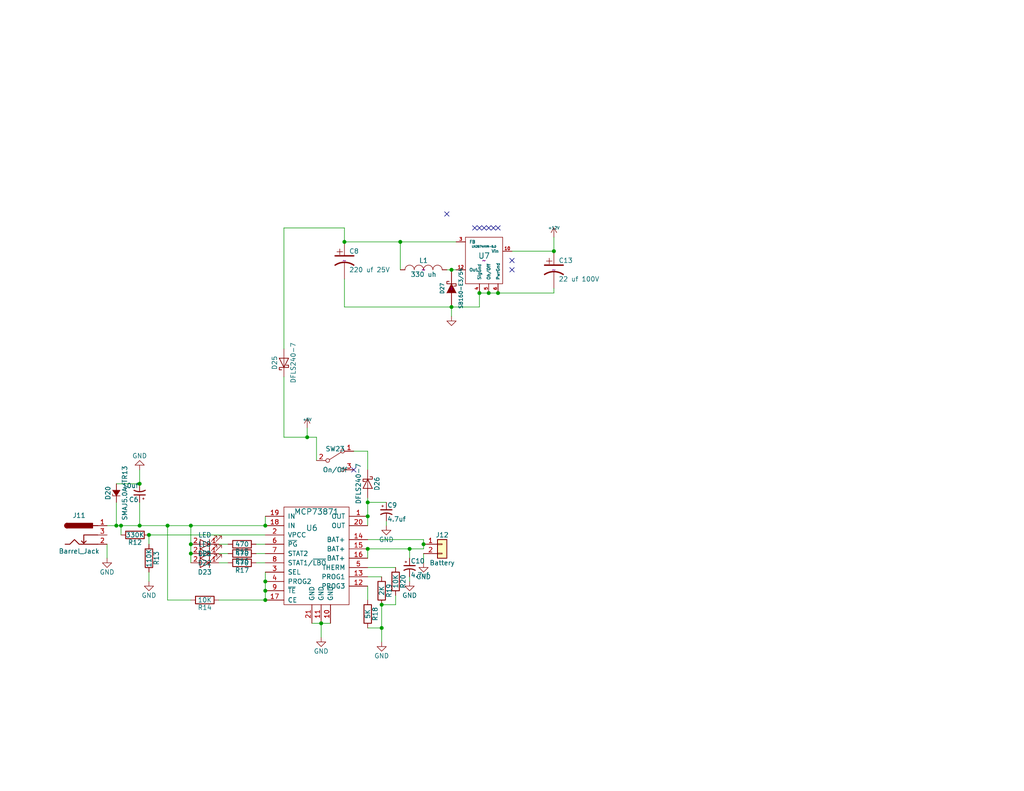
<source format=kicad_sch>
(kicad_sch (version 20211123) (generator eeschema)
  (paper "USLetter")
  (title_block (title "ESP32-T7S3-ControlStand") (date "2022-07-25") (rev "1.0") (company "Deepwoods Software") (comment 1 "Power Supply"))
  (lib_symbols
    (symbol "ESP32-T7S3-ControlStand-rescue:+12V" (power) (pin_names (offset 0))
      (property "Value" "+12V" (at 0 3.556 0))
      (symbol "+12V_0_1"
        (polyline (pts (xy -0.762 1.27) (xy 0 2.54)))
        (polyline (pts (xy 0 0) (xy 0 2.54)))
        (polyline (pts (xy 0 2.54) (xy 0.762 1.27)))
      )
      (symbol "+12V_1_1"
        (pin power_in line (at 0 0 90) (length 0) hide (name "+12V") (number "1"))
      )
    )
    (symbol "ESP32-T7S3-ControlStand-rescue:+5V" (power) (pin_names (offset 0))
      (property "Value" "+5V" (at 0 3.556 0))
      (symbol "+5V_0_1"
        (polyline (pts (xy -0.762 1.27) (xy 0 2.54)))
        (polyline (pts (xy 0 0) (xy 0 2.54)))
        (polyline (pts (xy 0 2.54) (xy 0.762 1.27)))
      )
      (symbol "+5V_1_1"
        (pin power_in line (at 0 0 90) (length 0) hide (name "+5V") (number "1"))
      )
    )
    (symbol "ESP32-T7S3-ControlStand-rescue:Barrel_Jack" (pin_names (offset 1.016))
      (property "Reference" "J" (at 0 5.334 0))
      (property "Value" "Barrel_Jack" (at 0 -4.445 0))
      (symbol "Barrel_Jack_0_1"
        (arc (start -3.302 3.175) (mid -3.937 2.54) (end -3.302 1.905) (stroke (width 0.254)))
        (arc (start -3.302 3.175) (mid -3.937 2.54) (end -3.302 1.905) (stroke (width 0.254)) (fill (type outline)))
        (polyline (pts (xy 1.27 -2.286) (xy 1.905 -1.651)) (stroke (width 0.254)))
        (polyline (pts (xy 5.08 2.54) (xy 3.81 2.54)) (stroke (width 0.254)))
        (polyline (pts (xy 5.08 0) (xy 1.27 0) (xy 1.27 -2.286) (xy 0.635 -1.651)) (stroke (width 0.254)))
        (polyline (pts (xy -3.81 -2.54) (xy -2.54 -2.54) (xy -1.27 -1.27) (xy 0 -2.54) (xy 2.54 -2.54) (xy 5.08 -2.54)) (stroke (width 0.254)))
        (rectangle (start 3.683 3.175) (end -3.302 1.905) (stroke (width 0.254)) (fill (type outline)))
      )
      (symbol "Barrel_Jack_1_1"
        (pin passive line (at 7.62 2.54 180) (length 2.54) (name "~") (number "1"))
        (pin passive line (at 7.62 -2.54 180) (length 2.54) (name "~") (number "2"))
        (pin passive line (at 7.62 0 180) (length 2.54) (name "~") (number "3"))
      )
    )
    (symbol "ESP32-T7S3-ControlStand-rescue:CP1-RESCUE-ESP32ControlStand" (pin_numbers hide) (pin_names (offset 0.254) hide)
      (property "Reference" "C" (at 1.27 2.54 0))
      (property "Value" "CP1-RESCUE-ESP32ControlStand" (at 1.27 -2.54 0))
      (symbol "CP1-RESCUE-ESP32ControlStand_0_0"
        (text "+" (at -1.27 2.54 0) (effects (font (size 2.032 2.032))))
      )
      (symbol "CP1-RESCUE-ESP32ControlStand_0_1"
        (polyline (pts (xy -2.54 1.27) (xy 2.54 1.27) (xy 1.27 1.27) (xy 1.27 1.27)) (stroke (width 0.381)))
        (arc (start 2.54 -1.27) (mid 0 -0.5009) (end -2.54 -1.27) (stroke (width 0.381)))
      )
      (symbol "CP1-RESCUE-ESP32ControlStand_1_1"
        (pin passive line (at 0 5.08 270) (length 3.81) (name "~") (number "1"))
        (pin passive line (at 0 -5.08 90) (length 4.572) (name "~") (number "2"))
      )
    )
    (symbol "ESP32-T7S3-ControlStand-rescue:CP1_Small" (pin_numbers hide) (pin_names (offset 0.254) hide)
      (property "Reference" "C" (at 0.254 1.778 0))
      (property "Value" "CP1_Small" (at 0.254 -2.032 0))
      (symbol "CP1_Small_0_1"
        (polyline (pts (xy -1.524 0.508) (xy 1.524 0.508)) (stroke (width 0.3048)))
        (polyline (pts (xy -1.27 1.524) (xy -0.762 1.524)))
        (polyline (pts (xy -1.016 1.27) (xy -1.016 1.778)))
        (arc (start 1.524 -0.762) (mid 0 -0.3734) (end -1.524 -0.762) (stroke (width 0.3048)))
      )
      (symbol "CP1_Small_1_1"
        (pin passive line (at 0 2.54 270) (length 2.032) (name "~") (number "1"))
        (pin passive line (at 0 -2.54 90) (length 2.032) (name "~") (number "2"))
      )
    )
    (symbol "ESP32-T7S3-ControlStand-rescue:Conn_01x02" (pin_names (offset 1.016) hide)
      (property "Reference" "J" (at 0 2.54 0))
      (property "Value" "Conn_01x02" (at 0 -5.08 0))
      (symbol "Conn_01x02_1_1"
        (rectangle (start -1.27 -2.413) (end 0 -2.667) (stroke (width 0.1524)))
        (rectangle (start -1.27 0.127) (end 0 -0.127) (stroke (width 0.1524)))
        (rectangle (start -1.27 1.27) (end 1.27 -3.81) (stroke (width 0.254)) (fill (type background)))
        (pin passive line (at -5.08 0 0) (length 3.81) (name "Pin_1") (number "1"))
        (pin passive line (at -5.08 -2.54 0) (length 3.81) (name "Pin_2") (number "2"))
      )
    )
    (symbol "ESP32-T7S3-ControlStand-rescue:DIODESCH" (pin_numbers hide) (pin_names (offset 1.016) hide)
      (property "Reference" "D" (at 0 2.54 0))
      (property "Value" "DIODESCH" (at 0 -2.54 0))
      (symbol "DIODESCH_0_1"
        (polyline (pts (xy -1.27 1.27) (xy 1.27 0) (xy -1.27 -1.27)) (fill (type outline)))
        (polyline (pts (xy 1.905 0.635) (xy 1.905 1.27) (xy 1.27 1.27) (xy 1.27 -1.27) (xy 0.635 -1.27) (xy 0.635 -0.635)) (stroke (width 0.2032)))
      )
      (symbol "DIODESCH_1_1"
        (pin passive line (at -5.08 0 0) (length 3.81) (name "A") (number "1"))
        (pin passive line (at 5.08 0 180) (length 3.81) (name "K") (number "2"))
      )
    )
    (symbol "ESP32-T7S3-ControlStand-rescue:D_Schottky" (pin_numbers hide) (pin_names (offset 1.016) hide)
      (property "Reference" "D" (at 0 2.54 0))
      (property "Value" "D_Schottky" (at 0 -2.54 0))
      (symbol "D_Schottky_0_1"
        (polyline (pts (xy 1.27 0) (xy -1.27 0)))
        (polyline (pts (xy 1.27 1.27) (xy 1.27 -1.27) (xy -1.27 0) (xy 1.27 1.27)) (stroke (width 0.2032)))
        (polyline (pts (xy -1.905 0.635) (xy -1.905 1.27) (xy -1.27 1.27) (xy -1.27 -1.27) (xy -0.635 -1.27) (xy -0.635 -0.635)) (stroke (width 0.2032)))
      )
      (symbol "D_Schottky_1_1"
        (pin passive line (at -3.81 0 0) (length 2.54) (name "K") (number "1"))
        (pin passive line (at 3.81 0 180) (length 2.54) (name "A") (number "2"))
      )
    )
    (symbol "ESP32-T7S3-ControlStand-rescue:D_Zener_Small_ALT" (pin_numbers hide) (pin_names (offset 0.254) hide)
      (property "Reference" "D" (at 0 2.286 0))
      (property "Value" "D_Zener_Small_ALT" (at 0 -2.286 0))
      (symbol "D_Zener_Small_ALT_0_1"
        (polyline (pts (xy 0.762 0) (xy -0.762 0)))
        (polyline (pts (xy -0.254 1.016) (xy -0.762 1.016) (xy -0.762 -1.016)))
        (polyline (pts (xy 0.762 1.016) (xy -0.762 0) (xy 0.762 -1.016) (xy 0.762 1.016)) (fill (type outline)))
      )
      (symbol "D_Zener_Small_ALT_1_1"
        (pin passive line (at -2.54 0 0) (length 1.778) (name "K") (number "1"))
        (pin passive line (at 2.54 0 180) (length 1.778) (name "A") (number "2"))
      )
    )
    (symbol "ESP32-T7S3-ControlStand-rescue:GND" (power) (pin_names (offset 0))
      (property "Value" "GND" (at 0 -3.81 0))
      (symbol "GND_0_1"
        (polyline (pts (xy 0 0) (xy 0 -1.27) (xy 1.27 -1.27) (xy 0 -2.54) (xy -1.27 -1.27) (xy 0 -1.27)))
      )
      (symbol "GND_1_1"
        (pin power_in line (at 0 0 270) (length 0) hide (name "GND") (number "1"))
      )
    )
    (symbol "ESP32-T7S3-ControlStand-rescue:INDUCTOR_SMALL" (pin_numbers hide) (pin_names (offset 0) hide)
      (property "Reference" "L" (at 0 2.54 0))
      (property "Value" "INDUCTOR_SMALL" (at 0 -1.27 0))
      (symbol "INDUCTOR_SMALL_0_1"
        (arc (start -2.54 0) (mid -3.81 1.27) (end -5.08 0))
        (arc (start 0 0) (mid -1.27 1.27) (end -2.54 0))
        (arc (start 2.54 0) (mid 1.27 1.27) (end 0 0))
        (arc (start 5.08 0) (mid 3.81 1.27) (end 2.54 0))
      )
      (symbol "INDUCTOR_SMALL_1_1"
        (pin input line (at -6.35 0 0) (length 1.27) (name "1") (number "1"))
        (pin input line (at 6.35 0 180) (length 1.27) (name "2") (number "2"))
      )
    )
    (symbol "ESP32-T7S3-ControlStand-rescue:LED" (pin_names (offset 1.016) hide)
      (property "Reference" "D" (at 0 2.54 0))
      (property "Value" "LED" (at 0 -2.54 0))
      (symbol "LED_0_1"
        (polyline (pts (xy -1.27 -1.27) (xy -1.27 1.27)) (stroke (width 0.2032)))
        (polyline (pts (xy -1.27 0) (xy 1.27 0)))
        (polyline (pts (xy 1.27 -1.27) (xy 1.27 1.27) (xy -1.27 0) (xy 1.27 -1.27)) (stroke (width 0.2032)))
        (polyline (pts (xy -3.048 -0.762) (xy -4.572 -2.286) (xy -3.81 -2.286) (xy -4.572 -2.286) (xy -4.572 -1.524)))
        (polyline (pts (xy -1.778 -0.762) (xy -3.302 -2.286) (xy -2.54 -2.286) (xy -3.302 -2.286) (xy -3.302 -1.524)))
      )
      (symbol "LED_1_1"
        (pin passive line (at -3.81 0 0) (length 2.54) (name "K") (number "1"))
        (pin passive line (at 3.81 0 180) (length 2.54) (name "A") (number "2"))
      )
    )
    (symbol "ESP32-T7S3-ControlStand-rescue:LM2574HVM-5.0" (pin_names (offset 1.016))
      (property "Reference" "U" (at 0 1.27 0))
      (property "Value" "LM2574HVM-5.0" (at 0 3.81 0))
      (symbol "LM2574HVM-5.0_0_1"
        (rectangle (start -5.08 6.35) (end 5.08 -6.35))
      )
      (symbol "LM2574HVM-5.0_1_1"
        (pin input line (at -2.54 8.89 270) (length 2.54) hide (name "NC") (number "1"))
        (pin input line (at 7.62 2.54 180) (length 2.54) (name "Vin") (number "10"))
        (pin input line (at 3.81 8.89 270) (length 2.54) hide (name "NC") (number "11"))
        (pin power_out line (at -7.62 -2.54 0) (length 2.54) (name "Out") (number "12"))
        (pin input line (at 2.54 8.89 270) (length 2.54) hide (name "NC") (number "13"))
        (pin input line (at 1.27 8.89 270) (length 2.54) hide (name "NC") (number "14"))
        (pin input line (at -1.27 8.89 270) (length 2.54) hide (name "NC") (number "2"))
        (pin power_in line (at -7.62 5.08 0) (length 2.54) (name "FB") (number "3"))
        (pin power_out line (at -1.27 -8.89 90) (length 2.54) (name "SigGnd") (number "4"))
        (pin input line (at 1.27 -8.89 90) (length 2.54) (name "Oh/Off") (number "5"))
        (pin input line (at 3.81 -8.89 90) (length 2.54) (name "PwrGnd") (number "6"))
        (pin input line (at 0 8.89 270) (length 2.54) hide (name "NC") (number "7"))
        (pin input line (at 7.62 -2.54 180) (length 2.54) hide (name "NC") (number "8"))
        (pin input line (at 7.62 0 180) (length 2.54) hide (name "NC") (number "9"))
      )
    )
    (symbol "ESP32-T7S3-ControlStand-rescue:MCP73871" (pin_names (offset 1.016))
      (property "Reference" "U" (at 0 9.525 0))
      (property "Value" "MCP73871" (at 1.27 13.97 0))
      (symbol "MCP73871_0_1"
        (rectangle (start -7.62 15.24) (end 10.16 -11.43))
      )
      (symbol "MCP73871_1_1"
        (pin power_out line (at 15.24 12.7 180) (length 5.08) (name "OUT") (number "1"))
        (pin power_in line (at 5.08 -16.51 90) (length 5.08) (name "GND") (number "10"))
        (pin power_in line (at 2.54 -16.51 90) (length 5.08) (name "GND") (number "11"))
        (pin input line (at 15.24 -6.35 180) (length 5.08) (name "PROG3") (number "12"))
        (pin input line (at 15.24 -3.81 180) (length 5.08) (name "PROG1") (number "13"))
        (pin power_out line (at 15.24 6.35 180) (length 5.08) (name "BAT+") (number "14"))
        (pin power_out line (at 15.24 3.81 180) (length 5.08) (name "BAT+") (number "15"))
        (pin power_out line (at 15.24 1.27 180) (length 5.08) (name "BAT+") (number "16"))
        (pin input line (at -12.7 -10.16 0) (length 5.08) (name "CE") (number "17"))
        (pin power_in line (at -12.7 10.16 0) (length 5.08) (name "IN") (number "18"))
        (pin power_in line (at -12.7 12.7 0) (length 5.08) (name "IN") (number "19"))
        (pin power_in line (at -12.7 7.62 0) (length 5.08) (name "VPCC") (number "2"))
        (pin power_out line (at 15.24 10.16 180) (length 5.08) (name "OUT") (number "20"))
        (pin power_in line (at 0 -16.51 90) (length 5.08) (name "GND") (number "21"))
        (pin input line (at -12.7 -2.54 0) (length 5.08) (name "SEL") (number "3"))
        (pin input line (at -12.7 -5.08 0) (length 5.08) (name "PROG2") (number "4"))
        (pin input line (at 15.24 -1.27 180) (length 5.08) (name "THERM") (number "5"))
        (pin output line (at -12.7 5.08 0) (length 5.08) (name "~{PG}") (number "6"))
        (pin output line (at -12.7 2.54 0) (length 5.08) (name "STAT2") (number "7"))
        (pin output line (at -12.7 0 0) (length 5.08) (name "STAT1/~{LBO}") (number "8"))
        (pin input line (at -12.7 -7.62 0) (length 5.08) (name "~{TE}") (number "9"))
      )
    )
    (symbol "ESP32-T7S3-ControlStand-rescue:R" (pin_numbers hide) (pin_names (offset 0))
      (property "Reference" "R" (at 2.032 0 90))
      (property "Value" "R" (at 0 0 90))
      (symbol "R_0_1"
        (rectangle (start -1.016 -2.54) (end 1.016 2.54) (stroke (width 0.254)))
      )
      (symbol "R_1_1"
        (pin passive line (at 0 3.81 270) (length 1.27) (name "~") (number "1"))
        (pin passive line (at 0 -3.81 90) (length 1.27) (name "~") (number "2"))
      )
    )
    (symbol "ESP32-T7S3-ControlStand-rescue:SW_SPDT" (pin_names (offset 0) hide)
      (property "Reference" "SW" (at 0 4.318 0))
      (property "Value" "SW_SPDT" (at 0 -5.08 0))
      (symbol "SW_SPDT_0_0"
        (circle (center -2.032 0) (radius 0.508))
        (circle (center 2.032 -2.54) (radius 0.508))
      )
      (symbol "SW_SPDT_0_1"
        (polyline (pts (xy -1.524 0.254) (xy 1.651 2.286)))
        (circle (center 2.032 2.54) (radius 0.508))
      )
      (symbol "SW_SPDT_1_1"
        (pin passive line (at 5.08 2.54 180) (length 2.54) (name "A") (number "1"))
        (pin passive line (at -5.08 0 0) (length 2.54) (name "B") (number "2"))
        (pin passive line (at 5.08 -2.54 180) (length 2.54) (name "C") (number "3"))
      )
    )
  )
  (junction (at 104.14 165.1))
  (junction (at 52.07 143.51))
  (junction (at 45.72 143.51))
  (junction (at 109.22 66.04))
  (junction (at 123.19 73.66))
  (junction (at 87.63 170.18))
  (junction (at 135.89 80.01))
  (junction (at 130.81 80.01))
  (junction (at 83.82 119.38))
  (junction (at 100.33 140.97))
  (junction (at 72.39 158.75))
  (junction (at 123.19 83.82))
  (junction (at 31.75 143.51))
  (junction (at 151.13 68.58))
  (junction (at 72.39 143.51))
  (junction (at 133.35 80.01))
  (junction (at 93.98 66.04))
  (junction (at 40.64 146.05))
  (junction (at 52.07 148.59))
  (junction (at 115.57 148.59))
  (junction (at 33.02 143.51))
  (junction (at 38.1 143.51))
  (junction (at 104.14 171.45))
  (junction (at 100.33 137.16))
  (junction (at 100.33 149.86))
  (junction (at 52.07 151.13))
  (junction (at 72.39 161.29))
  (junction (at 111.76 149.86))
  (junction (at 72.39 163.83))
  (junction (at 38.1 132.08))
  (no_connect (at 121.92 58.42))
  (no_connect (at 135.89 62.23))
  (no_connect (at 139.7 71.12))
  (no_connect (at 133.35 62.23))
  (no_connect (at 130.81 62.23))
  (no_connect (at 134.62 62.23))
  (no_connect (at 129.54 62.23))
  (no_connect (at 96.52 128.27))
  (no_connect (at 139.7 73.66))
  (no_connect (at 132.08 62.23))
  (wire (pts (xy 123.19 73.66) (xy 124.46 73.66)))
  (wire (pts (xy 33.02 146.05) (xy 33.02 143.51)))
  (wire (pts (xy 100.33 154.94) (xy 107.95 154.94)))
  (wire (pts (xy 115.57 148.59) (xy 115.57 149.86)))
  (wire (pts (xy 83.82 119.38) (xy 86.36 119.38)))
  (wire (pts (xy 135.89 80.01) (xy 151.13 80.01)))
  (wire (pts (xy 151.13 80.01) (xy 151.13 78.74)))
  (wire (pts (xy 52.07 143.51) (xy 72.39 143.51)))
  (wire (pts (xy 104.14 165.1) (xy 104.14 171.45)))
  (wire (pts (xy 93.98 66.04) (xy 109.22 66.04)))
  (wire (pts (xy 109.22 73.66) (xy 109.22 66.04)))
  (wire (pts (xy 151.13 68.58) (xy 139.7 68.58)))
  (wire (pts (xy 72.39 148.59) (xy 69.85 148.59)))
  (wire (pts (xy 100.33 135.89) (xy 100.33 137.16)))
  (wire (pts (xy 104.14 171.45) (xy 104.14 175.26)))
  (wire (pts (xy 77.47 119.38) (xy 83.82 119.38)))
  (wire (pts (xy 72.39 163.83) (xy 59.69 163.83)))
  (wire (pts (xy 45.72 163.83) (xy 52.07 163.83)))
  (wire (pts (xy 105.41 142.24) (xy 105.41 143.51)))
  (wire (pts (xy 72.39 151.13) (xy 69.85 151.13)))
  (wire (pts (xy 93.98 62.23) (xy 93.98 66.04)))
  (wire (pts (xy 100.33 160.02) (xy 100.33 163.83)))
  (wire (pts (xy 123.19 83.82) (xy 130.81 83.82)))
  (wire (pts (xy 100.33 147.32) (xy 115.57 147.32)))
  (wire (pts (xy 109.22 66.04) (xy 124.46 66.04)))
  (wire (pts (xy 93.98 83.82) (xy 123.19 83.82)))
  (wire (pts (xy 31.75 137.16) (xy 31.75 143.51)))
  (wire (pts (xy 115.57 147.32) (xy 115.57 148.59)))
  (wire (pts (xy 62.23 148.59) (xy 59.69 148.59)))
  (wire (pts (xy 130.81 83.82) (xy 130.81 80.01)))
  (wire (pts (xy 115.57 151.13) (xy 115.57 153.67)))
  (wire (pts (xy 100.33 171.45) (xy 104.14 171.45)))
  (wire (pts (xy 31.75 132.08) (xy 38.1 132.08)))
  (wire (pts (xy 100.33 123.19) (xy 96.52 123.19)))
  (wire (pts (xy 40.64 146.05) (xy 40.64 148.59)))
  (wire (pts (xy 111.76 149.86) (xy 100.33 149.86)))
  (wire (pts (xy 133.35 80.01) (xy 135.89 80.01)))
  (wire (pts (xy 111.76 152.4) (xy 111.76 149.86)))
  (wire (pts (xy 72.39 153.67) (xy 69.85 153.67)))
  (wire (pts (xy 72.39 156.21) (xy 72.39 158.75)))
  (wire (pts (xy 100.33 123.19) (xy 100.33 128.27)))
  (wire (pts (xy 121.92 73.66) (xy 123.19 73.66)))
  (wire (pts (xy 87.63 170.18) (xy 90.17 170.18)))
  (wire (pts (xy 31.75 143.51) (xy 33.02 143.51)))
  (wire (pts (xy 104.14 165.1) (xy 107.95 165.1)))
  (wire (pts (xy 111.76 157.48) (xy 111.76 158.75)))
  (wire (pts (xy 83.82 119.38) (xy 83.82 116.84)))
  (wire (pts (xy 38.1 143.51) (xy 45.72 143.51)))
  (wire (pts (xy 72.39 158.75) (xy 72.39 161.29)))
  (wire (pts (xy 40.64 156.21) (xy 40.64 158.75)))
  (wire (pts (xy 105.41 137.16) (xy 100.33 137.16)))
  (wire (pts (xy 85.09 170.18) (xy 87.63 170.18)))
  (wire (pts (xy 29.21 143.51) (xy 31.75 143.51)))
  (wire (pts (xy 52.07 143.51) (xy 52.07 148.59)))
  (wire (pts (xy 115.57 149.86) (xy 111.76 149.86)))
  (wire (pts (xy 77.47 102.87) (xy 77.47 119.38)))
  (wire (pts (xy 77.47 62.23) (xy 77.47 95.25)))
  (wire (pts (xy 45.72 143.51) (xy 52.07 143.51)))
  (wire (pts (xy 52.07 151.13) (xy 52.07 153.67)))
  (wire (pts (xy 86.36 119.38) (xy 86.36 125.73)))
  (wire (pts (xy 104.14 157.48) (xy 100.33 157.48)))
  (wire (pts (xy 62.23 151.13) (xy 59.69 151.13)))
  (wire (pts (xy 72.39 143.51) (xy 72.39 140.97)))
  (wire (pts (xy 38.1 132.08) (xy 38.1 128.27)))
  (wire (pts (xy 77.47 62.23) (xy 93.98 62.23)))
  (wire (pts (xy 33.02 143.51) (xy 38.1 143.51)))
  (wire (pts (xy 151.13 64.77) (xy 151.13 68.58)))
  (wire (pts (xy 38.1 137.16) (xy 38.1 143.51)))
  (wire (pts (xy 130.81 80.01) (xy 133.35 80.01)))
  (wire (pts (xy 62.23 153.67) (xy 59.69 153.67)))
  (wire (pts (xy 29.21 148.59) (xy 29.21 152.4)))
  (wire (pts (xy 107.95 165.1) (xy 107.95 162.56)))
  (wire (pts (xy 72.39 146.05) (xy 40.64 146.05)))
  (wire (pts (xy 72.39 161.29) (xy 72.39 163.83)))
  (wire (pts (xy 45.72 143.51) (xy 45.72 163.83)))
  (wire (pts (xy 100.33 140.97) (xy 100.33 143.51)))
  (wire (pts (xy 52.07 148.59) (xy 52.07 151.13)))
  (wire (pts (xy 100.33 149.86) (xy 100.33 152.4)))
  (wire (pts (xy 100.33 137.16) (xy 100.33 140.97)))
  (wire (pts (xy 93.98 83.82) (xy 93.98 76.2)))
  (wire (pts (xy 87.63 173.99) (xy 87.63 170.18)))
  (wire (pts (xy 123.19 83.82) (xy 123.19 86.36)))
  (symbol (lib_id "ESP32-T7S3-ControlStand-rescue:LM2574HVM-5.0") (at 132.08 71.12 0) (unit 1)
    (property "Reference" "U7" (at 132.08 69.85 0) (effects (font (size 1.524 1.524))))
    (property "Value" "LM2574HVM-5.0" (at 132.08 67.31 0) (effects (font (size 0.5334 0.5334))))
    (property "Footprint" "SOIC_Wide:SOIC-14_7.4x8.7mm_Pitch1.27mm" (effects hide))
    (property "Datasheet" "~" (at 132.08 71.12 0) (effects (font (size 1.524 1.524))))
    (property "Mouser Part Number" "926-LM2574HVM5.0NOPB" (effects hide))
  )
  (symbol (lib_id "ESP32-T7S3-ControlStand-rescue:CP1-RESCUE-ESP32ControlStand") (at 151.13 73.66 0) (unit 1)
    (property "Reference" "C13" (at 152.4 71.12 0) (effects (justify left)))
    (property "Value" "22 uf 100V" (at 152.4 76.2 0) (effects (justify left)))
    (property "Footprint" "Capacitors_SMD:CP_Elec_8x10" (effects hide))
    (property "Datasheet" "~" (at 151.13 73.66 0) (effects (font (size 1.524 1.524))))
    (property "Mouser Part Number" "647-UUX2A220MNL6GS" (effects hide))
  )
  (symbol (lib_id "ESP32-T7S3-ControlStand-rescue:CP1-RESCUE-ESP32ControlStand") (at 93.98 71.12 0) (unit 1)
    (property "Reference" "C8" (at 95.25 68.58 0) (effects (justify left)))
    (property "Value" "220 uf 25V" (at 95.25 73.66 0) (effects (justify left)))
    (property "Footprint" "Capacitors_SMD:CP_Elec_8x10" (effects hide))
    (property "Datasheet" "~" (at 93.98 71.12 0) (effects (font (size 1.524 1.524))))
    (property "Mouser Part Number" "647-UWT1E221MNL1GS" (effects hide))
  )
  (symbol (lib_id "ESP32-T7S3-ControlStand-rescue:INDUCTOR_SMALL") (at 115.57 73.66 0) (unit 1)
    (property "Reference" "L1" (at 115.57 71.12 0))
    (property "Value" "330 uh" (at 115.57 74.93 0))
    (property "Footprint" "SRN1060:SRN1060" (effects hide))
    (property "Datasheet" "~" (at 115.57 73.66 0) (effects (font (size 1.524 1.524))))
    (property "Mouser Part Number" "652-SRN1060-331M" (effects hide))
  )
  (symbol (lib_id "ESP32-T7S3-ControlStand-rescue:DIODESCH") (at 123.19 78.74 90) (unit 1)
    (property "Reference" "D27" (at 120.65 78.74 0) (effects (font (size 1.016 1.016))))
    (property "Value" "SB160-E3/54" (at 125.73 78.74 0) (effects (font (size 1.016 1.016))))
    (property "Footprint" "Diodes_SMD:D_SMB" (effects hide))
    (property "Datasheet" "~" (at 123.19 78.74 0) (effects (font (size 1.524 1.524))))
    (property "Mouser Part Number" "610-CMSH1-60TR13" (effects hide))
  )
  (symbol (lib_id "ESP32-T7S3-ControlStand-rescue:GND") (at 123.19 86.36 0) (unit 1)
    (property "Reference" "#PWR048" (effects hide))
    (property "Value" "GND" (effects hide))
  )
  (symbol (lib_id "ESP32-T7S3-ControlStand-rescue:+12V") (at 151.13 64.77 0) (unit 1)
    (property "Reference" "#PWR049" (effects hide))
    (property "Value" "+12V" (at 151.13 62.23 0) (effects (font (size 0.762 0.762))))
  )
  (symbol (lib_id "ESP32-T7S3-ControlStand-rescue:+5V") (at 83.82 116.84 0) (unit 1)
    (property "Reference" "#PWR051" (effects hide))
    (property "Value" "+5V" (at 83.82 114.554 0) (effects (font (size 0.762 0.762))))
  )
  (symbol (lib_id "ESP32-T7S3-ControlStand-rescue:Barrel_Jack") (at 21.59 146.05 0) (unit 1)
    (property "Reference" "J11" (at 21.59 140.716 0))
    (property "Value" "Barrel_Jack" (at 21.59 150.495 0))
    (property "Footprint" "Connectors:BARREL_JACK" (effects hide))
    (property "Mouser Part Number" "992-CON-SOCJ-2155" (effects hide))
  )
  (symbol (lib_id "ESP32-T7S3-ControlStand-rescue:GND") (at 29.21 152.4 0) (unit 1)
    (property "Reference" "#PWR052" (effects hide))
    (property "Value" "GND" (at 29.21 156.21 0))
  )
  (symbol (lib_id "ESP32-T7S3-ControlStand-rescue:D_Schottky") (at 77.47 99.06 90) (unit 1)
    (property "Reference" "D25" (at 74.93 99.06 0))
    (property "Value" "DFLS240-7" (at 80.01 99.06 0))
    (property "Footprint" "Diodes_SMD:D_PowerDI-123" (effects hide))
    (property "Mouser Part Number" "621-DFLS240-7" (effects hide))
  )
  (symbol (lib_id "ESP32-T7S3-ControlStand-rescue:Conn_01x02") (at 120.65 148.59 0) (unit 1)
    (property "Reference" "J12" (at 120.65 146.05 0))
    (property "Value" "Battery" (at 120.65 153.67 0))
    (property "Footprint" "Connectors_JST:JST_PH_B2B-PH-SM4-TB_02x2.00mm_Straight" (effects hide))
    (property "Manufaturer_Name" "JST" (effects hide))
    (property "Manufacturer_Part_Number" "B2B-PH-SM4-TB" (effects hide))
  )
  (symbol (lib_id "ESP32-T7S3-ControlStand-rescue:GND") (at 115.57 153.67 0) (unit 1)
    (property "Reference" "#PWR053" (effects hide))
    (property "Value" "GND" (at 115.57 157.48 0))
  )
  (symbol (lib_id "ESP32-T7S3-ControlStand-rescue:MCP73871") (at 85.09 153.67 0) (unit 1)
    (property "Reference" "U6" (at 85.09 144.145 0) (effects (font (size 1.524 1.524))))
    (property "Value" "MCP73871" (at 86.36 139.7 0) (effects (font (size 1.524 1.524))))
    (property "Footprint" "Housings_DFN_QFN:QFN-20-1EP_4x4mm_Pitch0.5mm" (effects hide))
    (property "Mouser Part Number" "579-MCP73871-3CAI/ML" (effects hide))
  )
  (symbol (lib_id "ESP32-T7S3-ControlStand-rescue:GND") (at 87.63 173.99 0) (unit 1)
    (property "Reference" "#PWR054" (effects hide))
    (property "Value" "GND" (at 87.63 177.8 0))
  )
  (symbol (lib_id "ESP32-T7S3-ControlStand-rescue:R") (at 36.83 146.05 270) (unit 1)
    (property "Reference" "R12" (at 36.83 148.082 90))
    (property "Value" "330K" (at 36.83 146.05 90))
    (property "Footprint" "Resistors_SMD:R_0402" (effects hide))
    (property "Mouser Part Number" "603-AF0402FR-07330KL" (effects hide))
  )
  (symbol (lib_id "ESP32-T7S3-ControlStand-rescue:R") (at 40.64 152.4 0) (unit 1)
    (property "Reference" "R13" (at 42.672 152.4 90))
    (property "Value" "110K" (at 40.64 152.4 90))
    (property "Footprint" "Resistors_SMD:R_0402" (effects hide))
    (property "Mouser Part Number" "603-RC0402JR-13110KL" (effects hide))
  )
  (symbol (lib_id "ESP32-T7S3-ControlStand-rescue:GND") (at 40.64 158.75 0) (unit 1)
    (property "Reference" "#PWR055" (effects hide))
    (property "Value" "GND" (at 40.64 162.56 0))
  )
  (symbol (lib_id "ESP32-T7S3-ControlStand-rescue:R") (at 66.04 148.59 270) (unit 1)
    (property "Reference" "R15" (at 66.04 150.622 90))
    (property "Value" "470" (at 66.04 148.59 90))
    (property "Footprint" "Resistors_SMD:R_0402" (effects hide))
    (property "Mouser Part Number" "603-RC0402JR-07470RL" (effects hide))
  )
  (symbol (lib_id "ESP32-T7S3-ControlStand-rescue:R") (at 66.04 151.13 270) (unit 1)
    (property "Reference" "R16" (at 66.04 153.162 90))
    (property "Value" "470" (at 66.04 151.13 90))
    (property "Footprint" "Resistors_SMD:R_0402" (effects hide))
    (property "Mouser Part Number" "603-RC0402JR-07470RL" (effects hide))
  )
  (symbol (lib_id "ESP32-T7S3-ControlStand-rescue:R") (at 66.04 153.67 270) (unit 1)
    (property "Reference" "R17" (at 66.04 155.702 90))
    (property "Value" "470" (at 66.04 153.67 90))
    (property "Footprint" "Resistors_SMD:R_0402" (effects hide))
    (property "Mouser Part Number" "603-RC0402JR-07470RL" (effects hide))
  )
  (symbol (lib_id "ESP32-T7S3-ControlStand-rescue:LED") (at 55.88 148.59 180) (unit 1)
    (property "Reference" "D21" (at 55.88 151.13 0))
    (property "Value" "LED" (at 55.88 146.05 0))
    (property "Footprint" "LEDs:LED_0402" (effects hide))
    (property "Mouser Part Number" "710-150040GS73220" (effects hide))
  )
  (symbol (lib_id "ESP32-T7S3-ControlStand-rescue:LED") (at 55.88 151.13 180) (unit 1)
    (property "Reference" "D22" (at 55.88 153.67 0))
    (property "Value" "LED" (at 55.88 148.59 0))
    (property "Footprint" "LEDs:LED_0402" (effects hide))
    (property "Mouser Part Number" "710-150040YS73220" (effects hide))
  )
  (symbol (lib_id "ESP32-T7S3-ControlStand-rescue:LED") (at 55.88 153.67 180) (unit 1)
    (property "Reference" "D23" (at 55.88 156.21 0))
    (property "Value" "LED" (at 55.88 151.13 0))
    (property "Footprint" "LEDs:LED_0402" (effects hide))
    (property "Mouser Part Number" "710-150040RS73220" (effects hide))
  )
  (symbol (lib_id "ESP32-T7S3-ControlStand-rescue:D_Schottky") (at 100.33 132.08 270) (unit 1)
    (property "Reference" "D26" (at 102.87 132.08 0))
    (property "Value" "DFLS240-7" (at 97.79 132.08 0))
    (property "Footprint" "Diodes_SMD:D_PowerDI-123" (effects hide))
    (property "Mouser Part Number" "621-DFLS240-7" (effects hide))
  )
  (symbol (lib_id "ESP32-T7S3-ControlStand-rescue:D_Zener_Small_ALT") (at 31.75 134.62 90) (unit 1)
    (property "Reference" "D20" (at 29.464 134.62 0))
    (property "Value" "SMAJ5.0A/TR13" (at 34.036 134.62 0))
    (property "Footprint" "Diodes_SMD:D_SMA" (effects hide))
    (property "Mouser Part Number" "603-SMAJ5.0A/TR13" (effects hide))
  )
  (symbol (lib_id "ESP32-T7S3-ControlStand-rescue:CP1_Small") (at 38.1 134.62 180) (unit 1)
    (property "Reference" "C6" (at 37.846 136.398 0) (effects (justify left)))
    (property "Value" "10uf" (at 37.846 132.588 0) (effects (justify left)))
    (property "Footprint" "Capacitors_SMD:CP_Elec_4x5.7" (effects hide))
    (property "Mouser Part Number" "710-865080340001" (effects hide))
  )
  (symbol (lib_id "ESP32-T7S3-ControlStand-rescue:GND") (at 38.1 128.27 180) (unit 1)
    (property "Reference" "#PWR056" (effects hide))
    (property "Value" "GND" (at 38.1 124.46 0))
  )
  (symbol (lib_id "ESP32-T7S3-ControlStand-rescue:R") (at 55.88 163.83 270) (unit 1)
    (property "Reference" "R14" (at 55.88 165.862 90))
    (property "Value" "10K" (at 55.88 163.83 90))
    (property "Footprint" "Resistors_SMD:R_0402" (effects hide))
    (property "Mouser Part Number" "603-RC0402JR-0710KL" (effects hide))
  )
  (symbol (lib_id "ESP32-T7S3-ControlStand-rescue:CP1_Small") (at 105.41 139.7 0) (unit 1)
    (property "Reference" "C9" (at 105.664 137.922 0) (effects (justify left)))
    (property "Value" "4.7uf" (at 105.664 141.732 0) (effects (justify left)))
    (property "Footprint" "Capacitors_SMD:CP_Elec_4x5.7" (effects hide))
    (property "Mouser Part Number" "710-865080640004" (effects hide))
  )
  (symbol (lib_id "ESP32-T7S3-ControlStand-rescue:CP1_Small") (at 111.76 154.94 0) (unit 1)
    (property "Reference" "C10" (at 112.014 153.162 0) (effects (justify left)))
    (property "Value" "4.7uf" (at 112.014 156.972 0) (effects (justify left)))
    (property "Footprint" "Capacitors_SMD:CP_Elec_4x5.7" (effects hide))
    (property "Mouser Part Number" "710-865080640004" (effects hide))
  )
  (symbol (lib_id "ESP32-T7S3-ControlStand-rescue:GND") (at 105.41 143.51 0) (unit 1)
    (property "Reference" "#PWR057" (effects hide))
    (property "Value" "GND" (at 105.41 147.32 0))
  )
  (symbol (lib_id "ESP32-T7S3-ControlStand-rescue:GND") (at 111.76 158.75 0) (unit 1)
    (property "Reference" "#PWR058" (effects hide))
    (property "Value" "GND" (at 111.76 162.56 0))
  )
  (symbol (lib_id "ESP32-T7S3-ControlStand-rescue:R") (at 107.95 158.75 0) (unit 1)
    (property "Reference" "R20" (at 109.982 158.75 90))
    (property "Value" "10K" (at 107.95 158.75 90))
    (property "Footprint" "Resistors_SMD:R_0402" (effects hide))
    (property "Mouser Part Number" "603-RC0402JR-0710KL" (effects hide))
  )
  (symbol (lib_id "ESP32-T7S3-ControlStand-rescue:R") (at 104.14 161.29 0) (unit 1)
    (property "Reference" "R19" (at 106.172 161.29 90))
    (property "Value" "2K" (at 104.14 161.29 90))
    (property "Footprint" "Resistors_SMD:R_0402" (effects hide))
    (property "Mouser Part Number" "603-RC0402FR-132KL" (effects hide))
  )
  (symbol (lib_id "ESP32-T7S3-ControlStand-rescue:R") (at 100.33 167.64 0) (unit 1)
    (property "Reference" "R18" (at 102.362 167.64 90))
    (property "Value" "5K" (at 100.33 167.64 90))
    (property "Footprint" "Resistors_SMD:R_0402" (effects hide))
    (property "Mouser Part Number" "603-RC0402FR-075KL " (effects hide))
  )
  (symbol (lib_id "ESP32-T7S3-ControlStand-rescue:GND") (at 104.14 175.26 0) (unit 1)
    (property "Reference" "#PWR059" (effects hide))
    (property "Value" "GND" (at 104.14 179.07 0))
  )
  (symbol (lib_id "ESP32-T7S3-ControlStand-rescue:SW_SPDT") (at 91.44 125.73 0) (unit 1)
    (property "Reference" "SW23" (at 91.44 122.555 0))
    (property "Value" "On/Off" (at 91.44 128.27 0))
    (property "Footprint" "Buttons_Switches_SMD:SW_SPDT_CK-JS102011SAQN" (effects hide))
    (property "Mouser Part Number" "611-JS102011SAQN " (effects hide))
  )
)
</source>
